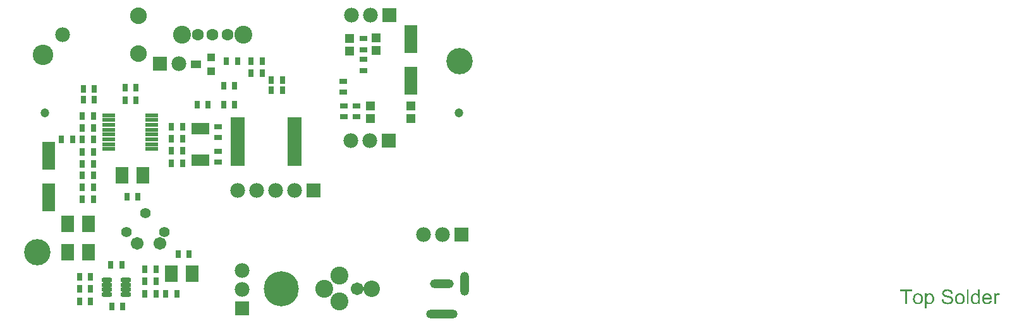
<source format=gts>
%FSLAX25Y25*%
%MOIN*%
G70*
G01*
G75*
G04 Layer_Color=8388736*
%ADD10R,0.02362X0.03543*%
%ADD11R,0.03543X0.02362*%
%ADD12R,0.03937X0.04331*%
%ADD13R,0.06299X0.13780*%
%ADD14R,0.05000X0.03600*%
%ADD15R,0.03600X0.03600*%
%ADD16R,0.06693X0.01750*%
%ADD17R,0.08661X0.05118*%
%ADD18R,0.06299X0.07874*%
%ADD19O,0.04921X0.01772*%
%ADD20R,0.06102X0.01378*%
%ADD21C,0.01000*%
%ADD22C,0.00800*%
%ADD23C,0.02500*%
%ADD24C,0.02000*%
%ADD25C,0.08000*%
%ADD26C,0.07000*%
%ADD27C,0.10000*%
%ADD28R,0.07000X0.07000*%
%ADD29C,0.04724*%
%ADD30C,0.05906*%
%ADD31R,0.07000X0.07000*%
%ADD32C,0.08661*%
%ADD33C,0.07874*%
G04:AMPARAMS|DCode=34|XSize=118.11mil|YSize=39.37mil|CornerRadius=19.69mil|HoleSize=0mil|Usage=FLASHONLY|Rotation=0.000|XOffset=0mil|YOffset=0mil|HoleType=Round|Shape=RoundedRectangle|*
%AMROUNDEDRECTD34*
21,1,0.11811,0.00000,0,0,0.0*
21,1,0.07874,0.03937,0,0,0.0*
1,1,0.03937,0.03937,0.00000*
1,1,0.03937,-0.03937,0.00000*
1,1,0.03937,-0.03937,0.00000*
1,1,0.03937,0.03937,0.00000*
%
%ADD34ROUNDEDRECTD34*%
%ADD35O,0.15748X0.03937*%
G04:AMPARAMS|DCode=36|XSize=118.11mil|YSize=39.37mil|CornerRadius=19.69mil|HoleSize=0mil|Usage=FLASHONLY|Rotation=90.000|XOffset=0mil|YOffset=0mil|HoleType=Round|Shape=RoundedRectangle|*
%AMROUNDEDRECTD36*
21,1,0.11811,0.00000,0,0,90.0*
21,1,0.07874,0.03937,0,0,90.0*
1,1,0.03937,0.00000,0.03937*
1,1,0.03937,0.00000,-0.03937*
1,1,0.03937,0.00000,-0.03937*
1,1,0.03937,0.00000,0.03937*
%
%ADD36ROUNDEDRECTD36*%
%ADD37C,0.05512*%
%ADD38C,0.17716*%
%ADD39C,0.07874*%
%ADD40C,0.03937*%
%ADD41C,0.03150*%
%ADD42R,0.05118X0.05906*%
%ADD43R,0.05315X0.02953*%
%ADD44C,0.01200*%
%ADD45C,0.00787*%
%ADD46C,0.01500*%
%ADD47C,0.00394*%
%ADD48C,0.00700*%
%ADD49C,0.00591*%
%ADD50R,0.03162X0.04343*%
%ADD51R,0.04343X0.03162*%
%ADD52R,0.04737X0.05131*%
%ADD53R,0.07099X0.14579*%
%ADD54R,0.05800X0.04400*%
%ADD55R,0.04400X0.04400*%
%ADD56R,0.07493X0.02550*%
%ADD57R,0.09461X0.05918*%
%ADD58R,0.07099X0.08674*%
%ADD59O,0.05721X0.02572*%
%ADD60R,0.06902X0.02178*%
%ADD61C,0.08800*%
%ADD62C,0.07800*%
%ADD63C,0.10800*%
%ADD64R,0.07800X0.07800*%
%ADD65C,0.05524*%
%ADD66C,0.06706*%
%ADD67R,0.07800X0.07800*%
%ADD68C,0.09461*%
%ADD69C,0.08674*%
G04:AMPARAMS|DCode=70|XSize=126.11mil|YSize=47.37mil|CornerRadius=23.69mil|HoleSize=0mil|Usage=FLASHONLY|Rotation=0.000|XOffset=0mil|YOffset=0mil|HoleType=Round|Shape=RoundedRectangle|*
%AMROUNDEDRECTD70*
21,1,0.12611,0.00000,0,0,0.0*
21,1,0.07874,0.04737,0,0,0.0*
1,1,0.04737,0.03937,0.00000*
1,1,0.04737,-0.03937,0.00000*
1,1,0.04737,-0.03937,0.00000*
1,1,0.04737,0.03937,0.00000*
%
%ADD70ROUNDEDRECTD70*%
%ADD71O,0.16548X0.04737*%
G04:AMPARAMS|DCode=72|XSize=126.11mil|YSize=47.37mil|CornerRadius=23.69mil|HoleSize=0mil|Usage=FLASHONLY|Rotation=90.000|XOffset=0mil|YOffset=0mil|HoleType=Round|Shape=RoundedRectangle|*
%AMROUNDEDRECTD72*
21,1,0.12611,0.00000,0,0,90.0*
21,1,0.07874,0.04737,0,0,90.0*
1,1,0.04737,0.00000,0.03937*
1,1,0.04737,0.00000,-0.03937*
1,1,0.04737,0.00000,-0.03937*
1,1,0.04737,0.00000,0.03937*
%
%ADD72ROUNDEDRECTD72*%
%ADD73C,0.06312*%
%ADD74C,0.18517*%
%ADD75C,0.13874*%
%ADD76C,0.04737*%
G36*
X501439Y5277D02*
X501528Y5265D01*
X501639Y5243D01*
X501761Y5221D01*
X501906Y5188D01*
X502039Y5154D01*
X502194Y5099D01*
X502339Y5043D01*
X502494Y4965D01*
X502650Y4877D01*
X502806Y4777D01*
X502950Y4654D01*
X503083Y4521D01*
X503094Y4510D01*
X503117Y4488D01*
X503150Y4443D01*
X503194Y4377D01*
X503250Y4299D01*
X503305Y4210D01*
X503372Y4099D01*
X503439Y3965D01*
X503506Y3821D01*
X503572Y3666D01*
X503628Y3488D01*
X503683Y3299D01*
X503728Y3088D01*
X503761Y2866D01*
X503783Y2632D01*
X503794Y2377D01*
Y2366D01*
Y2321D01*
Y2244D01*
X503783Y2132D01*
X499617D01*
Y2121D01*
Y2088D01*
X499628Y2043D01*
Y1977D01*
X499639Y1899D01*
X499661Y1810D01*
X499695Y1610D01*
X499761Y1388D01*
X499850Y1144D01*
X499972Y921D01*
X500128Y721D01*
X500139D01*
X500150Y699D01*
X500217Y644D01*
X500317Y566D01*
X500450Y488D01*
X500628Y399D01*
X500828Y322D01*
X501050Y266D01*
X501172Y255D01*
X501306Y244D01*
X501395D01*
X501495Y255D01*
X501617Y277D01*
X501750Y310D01*
X501906Y355D01*
X502050Y421D01*
X502194Y510D01*
X502206Y521D01*
X502261Y566D01*
X502328Y632D01*
X502406Y721D01*
X502494Y844D01*
X502595Y999D01*
X502695Y1177D01*
X502783Y1388D01*
X503761Y1266D01*
Y1255D01*
X503750Y1233D01*
X503739Y1188D01*
X503717Y1121D01*
X503683Y1055D01*
X503650Y966D01*
X503561Y777D01*
X503450Y566D01*
X503294Y344D01*
X503117Y133D01*
X502894Y-67D01*
X502883D01*
X502861Y-90D01*
X502828Y-112D01*
X502783Y-145D01*
X502717Y-178D01*
X502650Y-212D01*
X502561Y-256D01*
X502461Y-301D01*
X502350Y-345D01*
X502239Y-390D01*
X501961Y-456D01*
X501650Y-512D01*
X501306Y-534D01*
X501184D01*
X501106Y-523D01*
X501006Y-512D01*
X500884Y-490D01*
X500750Y-467D01*
X500606Y-445D01*
X500295Y-356D01*
X500128Y-290D01*
X499972Y-223D01*
X499806Y-134D01*
X499650Y-34D01*
X499506Y77D01*
X499362Y210D01*
X499350Y222D01*
X499328Y244D01*
X499295Y288D01*
X499250Y355D01*
X499195Y433D01*
X499139Y521D01*
X499073Y632D01*
X499006Y755D01*
X498939Y899D01*
X498873Y1055D01*
X498817Y1233D01*
X498762Y1421D01*
X498717Y1621D01*
X498684Y1843D01*
X498662Y2077D01*
X498651Y2321D01*
Y2332D01*
Y2388D01*
Y2455D01*
X498662Y2555D01*
X498673Y2677D01*
X498684Y2810D01*
X498706Y2966D01*
X498739Y3121D01*
X498828Y3477D01*
X498884Y3654D01*
X498950Y3843D01*
X499039Y4021D01*
X499139Y4188D01*
X499250Y4354D01*
X499373Y4510D01*
X499384Y4521D01*
X499406Y4543D01*
X499450Y4577D01*
X499506Y4632D01*
X499573Y4688D01*
X499661Y4754D01*
X499761Y4832D01*
X499884Y4899D01*
X500006Y4976D01*
X500150Y5043D01*
X500306Y5110D01*
X500472Y5165D01*
X500650Y5221D01*
X500839Y5254D01*
X501039Y5277D01*
X501250Y5288D01*
X501361D01*
X501439Y5277D01*
D02*
G37*
G36*
X487074D02*
X487174Y5265D01*
X487285Y5243D01*
X487407Y5221D01*
X487552Y5199D01*
X487851Y5099D01*
X488007Y5043D01*
X488163Y4965D01*
X488318Y4888D01*
X488474Y4777D01*
X488618Y4665D01*
X488763Y4532D01*
X488774Y4521D01*
X488796Y4499D01*
X488829Y4454D01*
X488874Y4399D01*
X488929Y4321D01*
X488996Y4221D01*
X489062Y4110D01*
X489129Y3988D01*
X489196Y3854D01*
X489262Y3688D01*
X489329Y3521D01*
X489385Y3332D01*
X489429Y3132D01*
X489463Y2921D01*
X489485Y2699D01*
X489496Y2455D01*
Y2444D01*
Y2410D01*
Y2355D01*
Y2277D01*
X489485Y2188D01*
X489474Y2077D01*
Y1966D01*
X489451Y1843D01*
X489418Y1566D01*
X489351Y1288D01*
X489274Y1010D01*
X489162Y755D01*
Y744D01*
X489151Y733D01*
X489129Y699D01*
X489107Y655D01*
X489029Y544D01*
X488929Y410D01*
X488796Y255D01*
X488629Y99D01*
X488440Y-56D01*
X488218Y-201D01*
X488207D01*
X488196Y-212D01*
X488163Y-234D01*
X488107Y-256D01*
X488052Y-279D01*
X487985Y-301D01*
X487818Y-367D01*
X487629Y-423D01*
X487396Y-478D01*
X487152Y-523D01*
X486885Y-534D01*
X486774D01*
X486685Y-523D01*
X486585Y-512D01*
X486474Y-490D01*
X486341Y-467D01*
X486207Y-445D01*
X485907Y-356D01*
X485741Y-290D01*
X485585Y-223D01*
X485430Y-134D01*
X485274Y-34D01*
X485130Y77D01*
X484985Y210D01*
X484974Y222D01*
X484952Y244D01*
X484918Y288D01*
X484874Y355D01*
X484819Y433D01*
X484763Y521D01*
X484696Y632D01*
X484630Y766D01*
X484563Y910D01*
X484496Y1077D01*
X484441Y1255D01*
X484385Y1444D01*
X484341Y1655D01*
X484307Y1877D01*
X484285Y2121D01*
X484274Y2377D01*
Y2399D01*
Y2444D01*
X484285Y2521D01*
Y2632D01*
X484296Y2754D01*
X484318Y2910D01*
X484341Y3066D01*
X484385Y3243D01*
X484430Y3421D01*
X484485Y3610D01*
X484552Y3810D01*
X484641Y3999D01*
X484730Y4177D01*
X484852Y4354D01*
X484974Y4521D01*
X485130Y4665D01*
X485141Y4677D01*
X485163Y4688D01*
X485207Y4721D01*
X485263Y4765D01*
X485330Y4810D01*
X485418Y4865D01*
X485507Y4921D01*
X485618Y4976D01*
X485741Y5032D01*
X485874Y5088D01*
X486174Y5188D01*
X486518Y5265D01*
X486696Y5277D01*
X486885Y5288D01*
X486996D01*
X487074Y5277D01*
D02*
G37*
G36*
X491529Y-412D02*
X490585D01*
Y7276D01*
X491529D01*
Y-412D01*
D02*
G37*
G36*
X461587Y6365D02*
X459054D01*
Y-412D01*
X458032D01*
Y6365D01*
X455499D01*
Y7276D01*
X461587D01*
Y6365D01*
D02*
G37*
G36*
X464965Y5277D02*
X465065Y5265D01*
X465176Y5243D01*
X465298Y5221D01*
X465443Y5199D01*
X465743Y5099D01*
X465898Y5043D01*
X466054Y4965D01*
X466209Y4888D01*
X466365Y4777D01*
X466509Y4665D01*
X466654Y4532D01*
X466665Y4521D01*
X466687Y4499D01*
X466720Y4454D01*
X466765Y4399D01*
X466820Y4321D01*
X466887Y4221D01*
X466954Y4110D01*
X467020Y3988D01*
X467087Y3854D01*
X467154Y3688D01*
X467220Y3521D01*
X467276Y3332D01*
X467320Y3132D01*
X467354Y2921D01*
X467376Y2699D01*
X467387Y2455D01*
Y2444D01*
Y2410D01*
Y2355D01*
Y2277D01*
X467376Y2188D01*
X467365Y2077D01*
Y1966D01*
X467343Y1843D01*
X467309Y1566D01*
X467242Y1288D01*
X467165Y1010D01*
X467054Y755D01*
Y744D01*
X467042Y733D01*
X467020Y699D01*
X466998Y655D01*
X466920Y544D01*
X466820Y410D01*
X466687Y255D01*
X466520Y99D01*
X466331Y-56D01*
X466109Y-201D01*
X466098D01*
X466087Y-212D01*
X466054Y-234D01*
X465998Y-256D01*
X465943Y-279D01*
X465876Y-301D01*
X465709Y-367D01*
X465520Y-423D01*
X465287Y-478D01*
X465043Y-523D01*
X464776Y-534D01*
X464665D01*
X464576Y-523D01*
X464476Y-512D01*
X464365Y-490D01*
X464232Y-467D01*
X464098Y-445D01*
X463798Y-356D01*
X463632Y-290D01*
X463476Y-223D01*
X463321Y-134D01*
X463165Y-34D01*
X463021Y77D01*
X462876Y210D01*
X462865Y222D01*
X462843Y244D01*
X462810Y288D01*
X462765Y355D01*
X462710Y433D01*
X462654Y521D01*
X462587Y632D01*
X462521Y766D01*
X462454Y910D01*
X462387Y1077D01*
X462332Y1255D01*
X462276Y1444D01*
X462232Y1655D01*
X462198Y1877D01*
X462176Y2121D01*
X462165Y2377D01*
Y2399D01*
Y2444D01*
X462176Y2521D01*
Y2632D01*
X462187Y2754D01*
X462210Y2910D01*
X462232Y3066D01*
X462276Y3243D01*
X462321Y3421D01*
X462376Y3610D01*
X462443Y3810D01*
X462532Y3999D01*
X462621Y4177D01*
X462743Y4354D01*
X462865Y4521D01*
X463021Y4665D01*
X463032Y4677D01*
X463054Y4688D01*
X463098Y4721D01*
X463154Y4765D01*
X463221Y4810D01*
X463309Y4865D01*
X463398Y4921D01*
X463510Y4976D01*
X463632Y5032D01*
X463765Y5088D01*
X464065Y5188D01*
X464409Y5265D01*
X464587Y5277D01*
X464776Y5288D01*
X464887D01*
X464965Y5277D01*
D02*
G37*
G36*
X497473Y-412D02*
X496595D01*
Y288D01*
X496584Y277D01*
X496573Y255D01*
X496539Y210D01*
X496495Y155D01*
X496440Y99D01*
X496373Y33D01*
X496295Y-45D01*
X496195Y-123D01*
X496095Y-201D01*
X495984Y-279D01*
X495851Y-345D01*
X495706Y-401D01*
X495562Y-456D01*
X495395Y-501D01*
X495218Y-523D01*
X495029Y-534D01*
X494962D01*
X494917Y-523D01*
X494784Y-512D01*
X494629Y-490D01*
X494440Y-445D01*
X494229Y-378D01*
X494018Y-290D01*
X493807Y-167D01*
X493795D01*
X493784Y-145D01*
X493718Y-101D01*
X493618Y-12D01*
X493495Y99D01*
X493351Y244D01*
X493207Y421D01*
X493062Y621D01*
X492940Y855D01*
Y866D01*
X492929Y888D01*
X492918Y921D01*
X492896Y966D01*
X492873Y1032D01*
X492840Y1110D01*
X492818Y1188D01*
X492796Y1288D01*
X492740Y1510D01*
X492684Y1766D01*
X492651Y2055D01*
X492640Y2366D01*
Y2377D01*
Y2399D01*
Y2444D01*
Y2510D01*
X492651Y2577D01*
Y2666D01*
X492673Y2866D01*
X492707Y3099D01*
X492762Y3354D01*
X492829Y3621D01*
X492918Y3877D01*
Y3888D01*
X492929Y3910D01*
X492951Y3943D01*
X492973Y3988D01*
X493040Y4110D01*
X493129Y4265D01*
X493240Y4432D01*
X493384Y4599D01*
X493551Y4777D01*
X493751Y4921D01*
X493762D01*
X493773Y4932D01*
X493807Y4954D01*
X493851Y4976D01*
X493962Y5032D01*
X494118Y5110D01*
X494295Y5176D01*
X494506Y5232D01*
X494740Y5277D01*
X494984Y5288D01*
X495073D01*
X495162Y5277D01*
X495284Y5265D01*
X495429Y5232D01*
X495584Y5199D01*
X495740Y5143D01*
X495884Y5065D01*
X495906Y5054D01*
X495951Y5032D01*
X496017Y4976D01*
X496106Y4921D01*
X496217Y4843D01*
X496317Y4743D01*
X496428Y4643D01*
X496528Y4521D01*
Y7276D01*
X497473D01*
Y-412D01*
D02*
G37*
G36*
X480452Y7399D02*
X480530D01*
X480741Y7376D01*
X480974Y7343D01*
X481219Y7287D01*
X481486Y7221D01*
X481730Y7132D01*
X481741D01*
X481763Y7121D01*
X481797Y7099D01*
X481841Y7076D01*
X481952Y7021D01*
X482097Y6921D01*
X482263Y6810D01*
X482430Y6665D01*
X482585Y6499D01*
X482730Y6310D01*
Y6299D01*
X482741Y6288D01*
X482763Y6254D01*
X482785Y6221D01*
X482841Y6110D01*
X482908Y5965D01*
X482985Y5788D01*
X483041Y5576D01*
X483097Y5354D01*
X483119Y5110D01*
X482141Y5032D01*
Y5043D01*
Y5065D01*
X482130Y5099D01*
X482119Y5154D01*
X482085Y5277D01*
X482041Y5443D01*
X481974Y5621D01*
X481874Y5799D01*
X481752Y5965D01*
X481597Y6121D01*
X481574Y6132D01*
X481519Y6176D01*
X481408Y6243D01*
X481263Y6310D01*
X481074Y6376D01*
X480852Y6443D01*
X480575Y6487D01*
X480263Y6499D01*
X480108D01*
X480041Y6487D01*
X479952Y6476D01*
X479752Y6454D01*
X479530Y6410D01*
X479308Y6354D01*
X479097Y6265D01*
X479008Y6210D01*
X478919Y6154D01*
X478897Y6143D01*
X478852Y6099D01*
X478786Y6021D01*
X478719Y5932D01*
X478641Y5810D01*
X478575Y5677D01*
X478530Y5521D01*
X478508Y5343D01*
Y5321D01*
Y5277D01*
X478519Y5199D01*
X478541Y5110D01*
X478575Y4999D01*
X478630Y4888D01*
X478697Y4777D01*
X478797Y4665D01*
X478808Y4654D01*
X478863Y4621D01*
X478908Y4588D01*
X478952Y4566D01*
X479019Y4532D01*
X479097Y4488D01*
X479197Y4454D01*
X479308Y4410D01*
X479430Y4366D01*
X479575Y4310D01*
X479730Y4265D01*
X479908Y4210D01*
X480108Y4166D01*
X480330Y4110D01*
X480341D01*
X480386Y4099D01*
X480452Y4088D01*
X480530Y4065D01*
X480630Y4043D01*
X480752Y4010D01*
X480874Y3977D01*
X481008Y3943D01*
X481297Y3866D01*
X481574Y3788D01*
X481708Y3743D01*
X481830Y3699D01*
X481941Y3666D01*
X482030Y3621D01*
X482041D01*
X482063Y3610D01*
X482097Y3588D01*
X482141Y3566D01*
X482263Y3499D01*
X482408Y3410D01*
X482574Y3288D01*
X482741Y3154D01*
X482897Y2999D01*
X483030Y2832D01*
X483041Y2810D01*
X483085Y2754D01*
X483130Y2655D01*
X483196Y2521D01*
X483252Y2366D01*
X483308Y2177D01*
X483341Y1966D01*
X483352Y1743D01*
Y1732D01*
Y1721D01*
Y1688D01*
Y1643D01*
X483330Y1521D01*
X483308Y1366D01*
X483263Y1188D01*
X483208Y999D01*
X483119Y799D01*
X482997Y588D01*
Y577D01*
X482985Y566D01*
X482930Y499D01*
X482852Y399D01*
X482741Y288D01*
X482596Y155D01*
X482419Y10D01*
X482219Y-123D01*
X481986Y-245D01*
X481974D01*
X481952Y-256D01*
X481919Y-267D01*
X481874Y-290D01*
X481808Y-312D01*
X481730Y-345D01*
X481552Y-390D01*
X481341Y-445D01*
X481085Y-501D01*
X480808Y-534D01*
X480508Y-545D01*
X480330D01*
X480241Y-534D01*
X480141D01*
X480030Y-523D01*
X479897Y-512D01*
X479619Y-467D01*
X479330Y-423D01*
X479041Y-345D01*
X478764Y-245D01*
X478752D01*
X478730Y-234D01*
X478697Y-212D01*
X478652Y-190D01*
X478519Y-123D01*
X478364Y-23D01*
X478186Y110D01*
X477997Y266D01*
X477819Y455D01*
X477653Y666D01*
Y677D01*
X477630Y699D01*
X477619Y733D01*
X477586Y777D01*
X477564Y833D01*
X477530Y899D01*
X477453Y1066D01*
X477375Y1277D01*
X477308Y1510D01*
X477264Y1777D01*
X477242Y2055D01*
X478197Y2144D01*
Y2132D01*
Y2121D01*
X478208Y2088D01*
Y2043D01*
X478230Y1943D01*
X478264Y1799D01*
X478308Y1655D01*
X478352Y1488D01*
X478430Y1333D01*
X478508Y1188D01*
X478519Y1177D01*
X478552Y1132D01*
X478608Y1055D01*
X478697Y977D01*
X478808Y877D01*
X478930Y777D01*
X479097Y677D01*
X479275Y588D01*
X479286D01*
X479297Y577D01*
X479330Y566D01*
X479363Y555D01*
X479475Y521D01*
X479619Y477D01*
X479797Y433D01*
X479997Y399D01*
X480219Y377D01*
X480463Y366D01*
X480563D01*
X480675Y377D01*
X480808Y388D01*
X480963Y410D01*
X481141Y433D01*
X481319Y477D01*
X481486Y532D01*
X481508Y544D01*
X481563Y566D01*
X481641Y610D01*
X481741Y655D01*
X481841Y733D01*
X481952Y810D01*
X482063Y899D01*
X482152Y1010D01*
X482163Y1021D01*
X482185Y1066D01*
X482219Y1121D01*
X482263Y1210D01*
X482308Y1299D01*
X482341Y1410D01*
X482363Y1532D01*
X482374Y1666D01*
Y1677D01*
Y1732D01*
X482363Y1799D01*
X482352Y1888D01*
X482319Y1977D01*
X482285Y2088D01*
X482230Y2199D01*
X482152Y2299D01*
X482141Y2310D01*
X482108Y2344D01*
X482063Y2388D01*
X481986Y2455D01*
X481897Y2521D01*
X481774Y2599D01*
X481630Y2677D01*
X481463Y2743D01*
X481452Y2754D01*
X481397Y2766D01*
X481308Y2799D01*
X481252Y2810D01*
X481174Y2832D01*
X481097Y2866D01*
X480997Y2888D01*
X480886Y2921D01*
X480752Y2954D01*
X480619Y2988D01*
X480463Y3032D01*
X480286Y3077D01*
X480097Y3121D01*
X480086D01*
X480052Y3132D01*
X479997Y3143D01*
X479930Y3166D01*
X479841Y3188D01*
X479741Y3210D01*
X479519Y3277D01*
X479275Y3354D01*
X479019Y3432D01*
X478797Y3510D01*
X478697Y3554D01*
X478608Y3599D01*
X478597D01*
X478586Y3610D01*
X478519Y3654D01*
X478419Y3710D01*
X478308Y3799D01*
X478175Y3899D01*
X478041Y4021D01*
X477908Y4166D01*
X477797Y4321D01*
X477786Y4343D01*
X477752Y4399D01*
X477708Y4488D01*
X477664Y4599D01*
X477619Y4743D01*
X477575Y4910D01*
X477541Y5088D01*
X477530Y5277D01*
Y5288D01*
Y5299D01*
Y5332D01*
Y5376D01*
X477553Y5488D01*
X477575Y5632D01*
X477608Y5799D01*
X477664Y5988D01*
X477741Y6176D01*
X477852Y6365D01*
Y6376D01*
X477864Y6387D01*
X477919Y6454D01*
X477997Y6543D01*
X478097Y6654D01*
X478230Y6776D01*
X478397Y6910D01*
X478597Y7032D01*
X478819Y7143D01*
X478830D01*
X478852Y7154D01*
X478886Y7165D01*
X478930Y7187D01*
X478986Y7210D01*
X479064Y7232D01*
X479230Y7276D01*
X479441Y7321D01*
X479686Y7365D01*
X479941Y7399D01*
X480230Y7410D01*
X480374D01*
X480452Y7399D01*
D02*
G37*
G36*
X507172Y5277D02*
X507294Y5254D01*
X507439Y5210D01*
X507594Y5154D01*
X507772Y5077D01*
X507961Y4976D01*
X507616Y4110D01*
X507605Y4121D01*
X507561Y4143D01*
X507494Y4177D01*
X507405Y4210D01*
X507305Y4243D01*
X507183Y4277D01*
X507061Y4299D01*
X506939Y4310D01*
X506883D01*
X506827Y4299D01*
X506750Y4288D01*
X506672Y4265D01*
X506572Y4232D01*
X506472Y4188D01*
X506383Y4121D01*
X506372Y4110D01*
X506339Y4088D01*
X506305Y4043D01*
X506250Y3988D01*
X506194Y3910D01*
X506139Y3821D01*
X506083Y3721D01*
X506039Y3599D01*
X506028Y3577D01*
X506016Y3510D01*
X505994Y3410D01*
X505961Y3277D01*
X505928Y3110D01*
X505905Y2921D01*
X505894Y2721D01*
X505883Y2499D01*
Y-412D01*
X504939D01*
Y5165D01*
X505794D01*
Y4321D01*
X505805Y4332D01*
X505850Y4410D01*
X505905Y4510D01*
X505994Y4632D01*
X506083Y4754D01*
X506183Y4888D01*
X506283Y4999D01*
X506383Y5088D01*
X506394Y5099D01*
X506427Y5121D01*
X506494Y5154D01*
X506561Y5188D01*
X506650Y5221D01*
X506761Y5254D01*
X506872Y5277D01*
X506994Y5288D01*
X507072D01*
X507172Y5277D01*
D02*
G37*
G36*
X471142D02*
X471220Y5265D01*
X471386Y5243D01*
X471587Y5199D01*
X471798Y5132D01*
X472009Y5032D01*
X472220Y4910D01*
X472231D01*
X472242Y4888D01*
X472309Y4843D01*
X472409Y4754D01*
X472531Y4643D01*
X472664Y4499D01*
X472797Y4321D01*
X472931Y4110D01*
X473042Y3877D01*
Y3866D01*
X473053Y3843D01*
X473064Y3810D01*
X473086Y3766D01*
X473109Y3699D01*
X473131Y3621D01*
X473186Y3443D01*
X473242Y3221D01*
X473286Y2977D01*
X473320Y2699D01*
X473331Y2410D01*
Y2399D01*
Y2377D01*
Y2332D01*
Y2266D01*
X473320Y2188D01*
Y2099D01*
X473297Y1899D01*
X473253Y1655D01*
X473197Y1399D01*
X473120Y1132D01*
X473020Y866D01*
Y855D01*
X473009Y833D01*
X472986Y799D01*
X472964Y755D01*
X472886Y632D01*
X472786Y477D01*
X472664Y310D01*
X472509Y144D01*
X472331Y-23D01*
X472120Y-178D01*
X472109D01*
X472097Y-190D01*
X472064Y-212D01*
X472020Y-234D01*
X471909Y-290D01*
X471753Y-356D01*
X471564Y-423D01*
X471364Y-478D01*
X471131Y-523D01*
X470898Y-534D01*
X470820D01*
X470731Y-523D01*
X470620Y-512D01*
X470487Y-490D01*
X470342Y-456D01*
X470198Y-412D01*
X470053Y-345D01*
X470042Y-334D01*
X469987Y-312D01*
X469920Y-267D01*
X469831Y-201D01*
X469742Y-134D01*
X469631Y-45D01*
X469531Y55D01*
X469442Y166D01*
Y-2545D01*
X468498D01*
Y5165D01*
X469353D01*
Y4432D01*
X469365Y4454D01*
X469409Y4499D01*
X469464Y4577D01*
X469553Y4665D01*
X469653Y4777D01*
X469765Y4877D01*
X469898Y4976D01*
X470031Y5065D01*
X470053Y5077D01*
X470098Y5099D01*
X470187Y5132D01*
X470298Y5176D01*
X470431Y5221D01*
X470587Y5254D01*
X470764Y5277D01*
X470964Y5288D01*
X471087D01*
X471142Y5277D01*
D02*
G37*
%LPC*%
G36*
X495084Y4510D02*
X495029D01*
X494984Y4499D01*
X494862Y4488D01*
X494718Y4443D01*
X494551Y4388D01*
X494373Y4288D01*
X494195Y4166D01*
X494106Y4077D01*
X494029Y3988D01*
Y3977D01*
X494006Y3965D01*
X493995Y3932D01*
X493962Y3888D01*
X493929Y3832D01*
X493895Y3766D01*
X493862Y3688D01*
X493818Y3599D01*
X493773Y3488D01*
X493740Y3366D01*
X493707Y3232D01*
X493673Y3088D01*
X493651Y2932D01*
X493629Y2754D01*
X493607Y2566D01*
Y2366D01*
Y2355D01*
Y2321D01*
Y2266D01*
X493618Y2188D01*
Y2099D01*
X493629Y1999D01*
X493662Y1766D01*
X493718Y1510D01*
X493795Y1244D01*
X493906Y988D01*
X493973Y877D01*
X494051Y766D01*
X494062D01*
X494073Y744D01*
X494129Y688D01*
X494229Y599D01*
X494351Y510D01*
X494506Y410D01*
X494695Y322D01*
X494895Y266D01*
X495006Y255D01*
X495118Y244D01*
X495173D01*
X495218Y255D01*
X495340Y266D01*
X495484Y310D01*
X495651Y366D01*
X495828Y455D01*
X496006Y577D01*
X496095Y655D01*
X496173Y744D01*
Y755D01*
X496195Y766D01*
X496217Y799D01*
X496240Y844D01*
X496273Y899D01*
X496317Y955D01*
X496351Y1044D01*
X496395Y1132D01*
X496440Y1233D01*
X496473Y1344D01*
X496517Y1477D01*
X496551Y1610D01*
X496573Y1766D01*
X496595Y1921D01*
X496617Y2099D01*
Y2288D01*
Y2299D01*
Y2344D01*
Y2399D01*
X496606Y2477D01*
Y2566D01*
X496595Y2677D01*
X496584Y2799D01*
X496562Y2932D01*
X496506Y3199D01*
X496428Y3477D01*
X496317Y3743D01*
X496251Y3854D01*
X496173Y3965D01*
Y3977D01*
X496151Y3988D01*
X496095Y4054D01*
X495995Y4143D01*
X495873Y4243D01*
X495717Y4343D01*
X495529Y4421D01*
X495318Y4488D01*
X495206Y4499D01*
X495084Y4510D01*
D02*
G37*
G36*
X501261D02*
X501195D01*
X501150Y4499D01*
X501028Y4488D01*
X500884Y4454D01*
X500706Y4399D01*
X500517Y4321D01*
X500339Y4210D01*
X500161Y4065D01*
X500139Y4043D01*
X500095Y3988D01*
X500017Y3888D01*
X499939Y3754D01*
X499850Y3599D01*
X499773Y3399D01*
X499706Y3166D01*
X499673Y2910D01*
X502795D01*
Y2921D01*
Y2943D01*
X502783Y2977D01*
Y3021D01*
X502761Y3154D01*
X502728Y3299D01*
X502672Y3477D01*
X502617Y3643D01*
X502528Y3810D01*
X502428Y3954D01*
Y3965D01*
X502406Y3977D01*
X502350Y4043D01*
X502250Y4132D01*
X502117Y4232D01*
X501950Y4332D01*
X501750Y4421D01*
X501517Y4488D01*
X501395Y4499D01*
X501261Y4510D01*
D02*
G37*
G36*
X486885D02*
X486818D01*
X486763Y4499D01*
X486641Y4488D01*
X486474Y4443D01*
X486285Y4377D01*
X486085Y4288D01*
X485896Y4154D01*
X485796Y4065D01*
X485707Y3977D01*
Y3965D01*
X485685Y3954D01*
X485663Y3921D01*
X485630Y3877D01*
X485596Y3821D01*
X485563Y3754D01*
X485518Y3666D01*
X485474Y3577D01*
X485430Y3466D01*
X485385Y3354D01*
X485352Y3221D01*
X485319Y3077D01*
X485285Y2921D01*
X485263Y2754D01*
X485252Y2566D01*
X485241Y2377D01*
Y2366D01*
Y2332D01*
Y2277D01*
X485252Y2199D01*
Y2110D01*
X485263Y2010D01*
X485296Y1777D01*
X485352Y1510D01*
X485441Y1244D01*
X485552Y988D01*
X485630Y877D01*
X485707Y766D01*
X485718D01*
X485730Y744D01*
X485796Y688D01*
X485896Y599D01*
X486029Y510D01*
X486196Y410D01*
X486396Y322D01*
X486629Y266D01*
X486752Y255D01*
X486885Y244D01*
X486952D01*
X487007Y255D01*
X487129Y277D01*
X487296Y310D01*
X487474Y377D01*
X487674Y466D01*
X487863Y599D01*
X487963Y688D01*
X488052Y777D01*
X488063Y788D01*
X488074Y799D01*
X488096Y833D01*
X488129Y877D01*
X488163Y933D01*
X488207Y999D01*
X488251Y1088D01*
X488296Y1177D01*
X488340Y1288D01*
X488374Y1410D01*
X488418Y1543D01*
X488451Y1688D01*
X488485Y1855D01*
X488507Y2021D01*
X488529Y2210D01*
Y2410D01*
Y2421D01*
Y2455D01*
Y2510D01*
X488518Y2577D01*
Y2666D01*
X488507Y2766D01*
X488474Y2999D01*
X488418Y3243D01*
X488329Y3510D01*
X488207Y3754D01*
X488140Y3877D01*
X488052Y3977D01*
Y3988D01*
X488029Y3999D01*
X487963Y4065D01*
X487863Y4143D01*
X487729Y4243D01*
X487563Y4343D01*
X487363Y4432D01*
X487141Y4488D01*
X487018Y4499D01*
X486885Y4510D01*
D02*
G37*
G36*
X464776D02*
X464709D01*
X464654Y4499D01*
X464532Y4488D01*
X464365Y4443D01*
X464176Y4377D01*
X463976Y4288D01*
X463787Y4154D01*
X463687Y4065D01*
X463598Y3977D01*
Y3965D01*
X463576Y3954D01*
X463554Y3921D01*
X463521Y3877D01*
X463487Y3821D01*
X463454Y3754D01*
X463410Y3666D01*
X463365Y3577D01*
X463321Y3466D01*
X463276Y3354D01*
X463243Y3221D01*
X463210Y3077D01*
X463176Y2921D01*
X463154Y2754D01*
X463143Y2566D01*
X463132Y2377D01*
Y2366D01*
Y2332D01*
Y2277D01*
X463143Y2199D01*
Y2110D01*
X463154Y2010D01*
X463187Y1777D01*
X463243Y1510D01*
X463332Y1244D01*
X463443Y988D01*
X463521Y877D01*
X463598Y766D01*
X463610D01*
X463621Y744D01*
X463687Y688D01*
X463787Y599D01*
X463921Y510D01*
X464087Y410D01*
X464287Y322D01*
X464521Y266D01*
X464643Y255D01*
X464776Y244D01*
X464843D01*
X464898Y255D01*
X465021Y277D01*
X465187Y310D01*
X465365Y377D01*
X465565Y466D01*
X465754Y599D01*
X465854Y688D01*
X465943Y777D01*
X465954Y788D01*
X465965Y799D01*
X465987Y833D01*
X466020Y877D01*
X466054Y933D01*
X466098Y999D01*
X466143Y1088D01*
X466187Y1177D01*
X466231Y1288D01*
X466265Y1410D01*
X466309Y1543D01*
X466343Y1688D01*
X466376Y1855D01*
X466398Y2021D01*
X466420Y2210D01*
Y2410D01*
Y2421D01*
Y2455D01*
Y2510D01*
X466409Y2577D01*
Y2666D01*
X466398Y2766D01*
X466365Y2999D01*
X466309Y3243D01*
X466220Y3510D01*
X466098Y3754D01*
X466032Y3877D01*
X465943Y3977D01*
Y3988D01*
X465920Y3999D01*
X465854Y4065D01*
X465754Y4143D01*
X465620Y4243D01*
X465454Y4343D01*
X465254Y4432D01*
X465032Y4488D01*
X464909Y4499D01*
X464776Y4510D01*
D02*
G37*
G36*
X470876Y4543D02*
X470820D01*
X470776Y4532D01*
X470664Y4510D01*
X470520Y4477D01*
X470353Y4410D01*
X470176Y4310D01*
X470076Y4243D01*
X469987Y4166D01*
X469898Y4077D01*
X469809Y3977D01*
Y3965D01*
X469787Y3954D01*
X469765Y3921D01*
X469742Y3877D01*
X469709Y3810D01*
X469664Y3743D01*
X469620Y3654D01*
X469587Y3566D01*
X469542Y3455D01*
X469498Y3332D01*
X469464Y3199D01*
X469420Y3054D01*
X469398Y2888D01*
X469376Y2721D01*
X469353Y2543D01*
Y2344D01*
Y2332D01*
Y2299D01*
Y2244D01*
X469365Y2166D01*
Y2077D01*
X469376Y1977D01*
X469409Y1743D01*
X469464Y1477D01*
X469531Y1221D01*
X469642Y966D01*
X469709Y855D01*
X469787Y755D01*
X469809Y733D01*
X469864Y677D01*
X469953Y588D01*
X470076Y499D01*
X470231Y410D01*
X470409Y322D01*
X470609Y266D01*
X470720Y255D01*
X470831Y244D01*
X470898D01*
X470942Y255D01*
X471053Y277D01*
X471209Y310D01*
X471375Y377D01*
X471553Y466D01*
X471731Y599D01*
X471820Y677D01*
X471909Y766D01*
Y777D01*
X471931Y788D01*
X471953Y821D01*
X471975Y866D01*
X472020Y921D01*
X472053Y999D01*
X472097Y1077D01*
X472142Y1177D01*
X472175Y1277D01*
X472220Y1410D01*
X472264Y1543D01*
X472297Y1688D01*
X472320Y1855D01*
X472342Y2032D01*
X472364Y2221D01*
Y2421D01*
Y2432D01*
Y2466D01*
Y2521D01*
X472353Y2599D01*
Y2688D01*
X472342Y2788D01*
X472309Y3021D01*
X472253Y3277D01*
X472175Y3532D01*
X472064Y3788D01*
X471998Y3910D01*
X471920Y4010D01*
Y4021D01*
X471898Y4032D01*
X471842Y4099D01*
X471753Y4177D01*
X471631Y4277D01*
X471475Y4377D01*
X471298Y4465D01*
X471098Y4521D01*
X470987Y4532D01*
X470876Y4543D01*
D02*
G37*
%LPD*%
D50*
X123819Y112598D02*
D03*
X129724D02*
D03*
X123819Y118110D02*
D03*
X129724D02*
D03*
X24606Y107677D02*
D03*
X30512D02*
D03*
X105953Y128000D02*
D03*
X100047D02*
D03*
X98547Y115000D02*
D03*
X104453D02*
D03*
X98547Y104803D02*
D03*
X104453D02*
D03*
X90453Y105000D02*
D03*
X84547D02*
D03*
X77000Y87000D02*
D03*
X71095D02*
D03*
Y93303D02*
D03*
X77000D02*
D03*
X71095Y80500D02*
D03*
X77000D02*
D03*
X71095Y74000D02*
D03*
X77000D02*
D03*
X62953Y11500D02*
D03*
X57047D02*
D03*
X62953Y5000D02*
D03*
X57047D02*
D03*
X39567Y-1575D02*
D03*
X45472D02*
D03*
X68047Y5000D02*
D03*
X73953D02*
D03*
X80453Y26000D02*
D03*
X74547D02*
D03*
X57047Y17803D02*
D03*
X62953D02*
D03*
X39047Y20303D02*
D03*
X44953D02*
D03*
X28453Y14000D02*
D03*
X22547D02*
D03*
Y7500D02*
D03*
X28453D02*
D03*
X22547Y803D02*
D03*
X28453D02*
D03*
X53453Y56197D02*
D03*
X47547D02*
D03*
X24047Y86500D02*
D03*
X29953D02*
D03*
X24094Y79803D02*
D03*
X30000D02*
D03*
X24094Y73606D02*
D03*
X30000D02*
D03*
Y67500D02*
D03*
X24094D02*
D03*
X30000Y61303D02*
D03*
X24094D02*
D03*
X29953Y55000D02*
D03*
X24047D02*
D03*
X13047Y86500D02*
D03*
X18953D02*
D03*
X29953Y92697D02*
D03*
X24047D02*
D03*
Y99000D02*
D03*
X29953D02*
D03*
X30512Y113386D02*
D03*
X24606D02*
D03*
X52453Y107197D02*
D03*
X46547D02*
D03*
Y114000D02*
D03*
X52453D02*
D03*
X113047Y128000D02*
D03*
X118953D02*
D03*
X113047Y121500D02*
D03*
X118953D02*
D03*
D51*
X162000Y104453D02*
D03*
Y98547D02*
D03*
X168697D02*
D03*
Y104453D02*
D03*
X172500Y128953D02*
D03*
Y123047D02*
D03*
X172303Y139953D02*
D03*
Y134047D02*
D03*
X161803Y117453D02*
D03*
Y111547D02*
D03*
X95803Y80453D02*
D03*
Y74547D02*
D03*
X95697Y87547D02*
D03*
Y93453D02*
D03*
D52*
X176000Y97654D02*
D03*
Y104347D02*
D03*
X197500Y97654D02*
D03*
Y104347D02*
D03*
X179000Y140347D02*
D03*
Y133653D02*
D03*
X165013Y139847D02*
D03*
Y133153D02*
D03*
D53*
X197500Y117476D02*
D03*
Y139524D02*
D03*
X6500Y78024D02*
D03*
Y55976D02*
D03*
D54*
X84000Y126300D02*
D03*
D55*
X92000Y130000D02*
D03*
Y122500D02*
D03*
D56*
X106000Y89323D02*
D03*
Y97000D02*
D03*
Y91882D02*
D03*
Y86764D02*
D03*
Y84205D02*
D03*
Y81646D02*
D03*
Y79087D02*
D03*
Y76528D02*
D03*
Y73968D02*
D03*
X135921Y97000D02*
D03*
Y94441D02*
D03*
Y91882D02*
D03*
Y89323D02*
D03*
Y86764D02*
D03*
Y84205D02*
D03*
Y81646D02*
D03*
Y79087D02*
D03*
Y76528D02*
D03*
Y73968D02*
D03*
X106000Y94441D02*
D03*
D57*
X86500Y75700D02*
D03*
Y92300D02*
D03*
D58*
X82012Y15500D02*
D03*
X70988D02*
D03*
X16488Y27000D02*
D03*
X27512D02*
D03*
X16488Y42000D02*
D03*
X27512D02*
D03*
X44988Y67500D02*
D03*
X56012D02*
D03*
D59*
X36980Y12339D02*
D03*
Y9780D02*
D03*
Y7220D02*
D03*
Y4661D02*
D03*
X47020Y12339D02*
D03*
Y9780D02*
D03*
Y7220D02*
D03*
Y4661D02*
D03*
D60*
X60819Y81543D02*
D03*
Y84102D02*
D03*
Y86661D02*
D03*
Y89220D02*
D03*
Y91780D02*
D03*
Y94339D02*
D03*
Y96898D02*
D03*
Y99457D02*
D03*
X38181Y81543D02*
D03*
Y84102D02*
D03*
Y86661D02*
D03*
Y89220D02*
D03*
Y91780D02*
D03*
Y94339D02*
D03*
Y96898D02*
D03*
Y99457D02*
D03*
D61*
X53780Y132018D02*
D03*
Y152018D02*
D03*
D62*
X13780Y142018D02*
D03*
X165918Y152249D02*
D03*
X175918D02*
D03*
X204041Y36216D02*
D03*
X214041D02*
D03*
X165800Y85827D02*
D03*
X175800D02*
D03*
X75000Y126500D02*
D03*
X108345Y7236D02*
D03*
Y17236D02*
D03*
X136000Y59500D02*
D03*
X126000D02*
D03*
X116000D02*
D03*
X106000D02*
D03*
D63*
X3292Y131245D02*
D03*
D64*
X185918Y152249D02*
D03*
X224041Y36216D02*
D03*
X185800Y85827D02*
D03*
X65000Y126500D02*
D03*
X146000Y59500D02*
D03*
D65*
X67389Y37687D02*
D03*
X47389D02*
D03*
X57389Y47687D02*
D03*
D66*
X53000Y31500D02*
D03*
X65000D02*
D03*
X168912Y7695D02*
D03*
D67*
X108345Y-2764D02*
D03*
D68*
X159857Y805D02*
D03*
Y14584D02*
D03*
X151589Y7695D02*
D03*
X108963Y142018D02*
D03*
X76680D02*
D03*
D69*
X176786Y7695D02*
D03*
D70*
X213753Y10193D02*
D03*
D71*
Y-5555D02*
D03*
D72*
X225564Y10193D02*
D03*
D73*
X100696Y142018D02*
D03*
X92822D02*
D03*
X84948D02*
D03*
D74*
X128970Y7602D02*
D03*
D75*
X223000Y128000D02*
D03*
X500Y27000D02*
D03*
D76*
X4239Y100680D02*
D03*
X222743D02*
D03*
M02*

</source>
